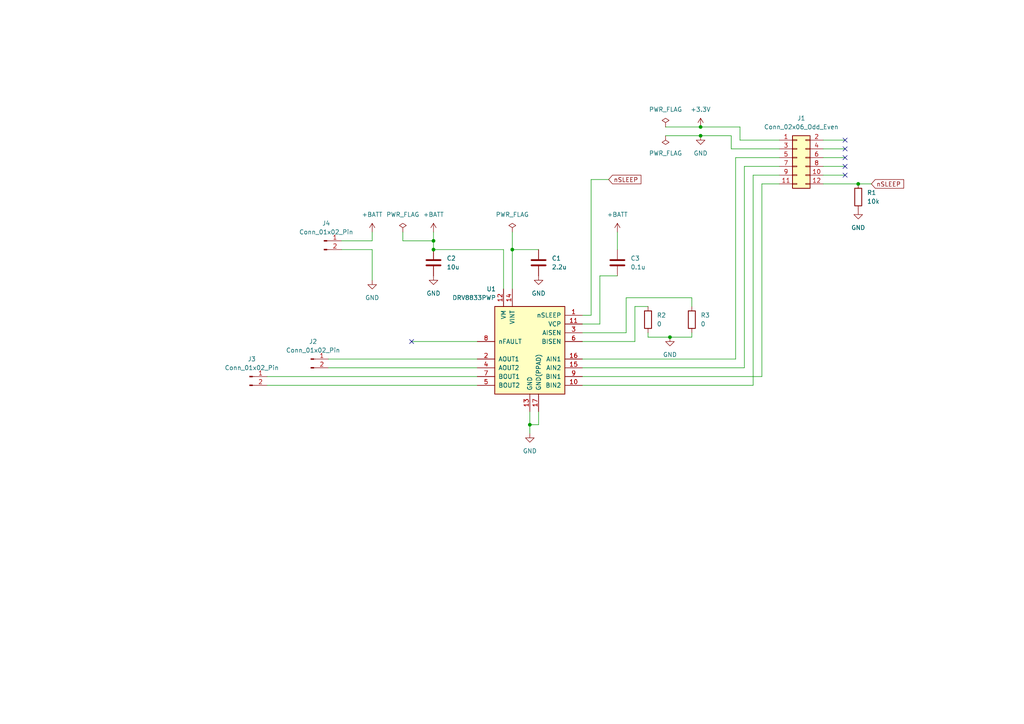
<source format=kicad_sch>
(kicad_sch (version 20230121) (generator eeschema)

  (uuid a091fa76-a513-4bf4-8472-02eac1c5e492)

  (paper "A4")

  (title_block
    (title "kv260-gpio")
    (date "2024-01-29")
    (rev "1.0")
  )

  (lib_symbols
    (symbol "Connector:Conn_01x02_Pin" (pin_names (offset 1.016) hide) (in_bom yes) (on_board yes)
      (property "Reference" "J" (at 0 2.54 0)
        (effects (font (size 1.27 1.27)))
      )
      (property "Value" "Conn_01x02_Pin" (at 0 -5.08 0)
        (effects (font (size 1.27 1.27)))
      )
      (property "Footprint" "" (at 0 0 0)
        (effects (font (size 1.27 1.27)) hide)
      )
      (property "Datasheet" "~" (at 0 0 0)
        (effects (font (size 1.27 1.27)) hide)
      )
      (property "ki_locked" "" (at 0 0 0)
        (effects (font (size 1.27 1.27)))
      )
      (property "ki_keywords" "connector" (at 0 0 0)
        (effects (font (size 1.27 1.27)) hide)
      )
      (property "ki_description" "Generic connector, single row, 01x02, script generated" (at 0 0 0)
        (effects (font (size 1.27 1.27)) hide)
      )
      (property "ki_fp_filters" "Connector*:*_1x??_*" (at 0 0 0)
        (effects (font (size 1.27 1.27)) hide)
      )
      (symbol "Conn_01x02_Pin_1_1"
        (polyline
          (pts
            (xy 1.27 -2.54)
            (xy 0.8636 -2.54)
          )
          (stroke (width 0.1524) (type default))
          (fill (type none))
        )
        (polyline
          (pts
            (xy 1.27 0)
            (xy 0.8636 0)
          )
          (stroke (width 0.1524) (type default))
          (fill (type none))
        )
        (rectangle (start 0.8636 -2.413) (end 0 -2.667)
          (stroke (width 0.1524) (type default))
          (fill (type outline))
        )
        (rectangle (start 0.8636 0.127) (end 0 -0.127)
          (stroke (width 0.1524) (type default))
          (fill (type outline))
        )
        (pin passive line (at 5.08 0 180) (length 3.81)
          (name "Pin_1" (effects (font (size 1.27 1.27))))
          (number "1" (effects (font (size 1.27 1.27))))
        )
        (pin passive line (at 5.08 -2.54 180) (length 3.81)
          (name "Pin_2" (effects (font (size 1.27 1.27))))
          (number "2" (effects (font (size 1.27 1.27))))
        )
      )
    )
    (symbol "Connector_Generic:Conn_02x06_Odd_Even" (pin_names (offset 1.016) hide) (in_bom yes) (on_board yes)
      (property "Reference" "J" (at 1.27 7.62 0)
        (effects (font (size 1.27 1.27)))
      )
      (property "Value" "Conn_02x06_Odd_Even" (at 1.27 -10.16 0)
        (effects (font (size 1.27 1.27)))
      )
      (property "Footprint" "" (at 0 0 0)
        (effects (font (size 1.27 1.27)) hide)
      )
      (property "Datasheet" "~" (at 0 0 0)
        (effects (font (size 1.27 1.27)) hide)
      )
      (property "ki_keywords" "connector" (at 0 0 0)
        (effects (font (size 1.27 1.27)) hide)
      )
      (property "ki_description" "Generic connector, double row, 02x06, odd/even pin numbering scheme (row 1 odd numbers, row 2 even numbers), script generated (kicad-library-utils/schlib/autogen/connector/)" (at 0 0 0)
        (effects (font (size 1.27 1.27)) hide)
      )
      (property "ki_fp_filters" "Connector*:*_2x??_*" (at 0 0 0)
        (effects (font (size 1.27 1.27)) hide)
      )
      (symbol "Conn_02x06_Odd_Even_1_1"
        (rectangle (start -1.27 -7.493) (end 0 -7.747)
          (stroke (width 0.1524) (type default))
          (fill (type none))
        )
        (rectangle (start -1.27 -4.953) (end 0 -5.207)
          (stroke (width 0.1524) (type default))
          (fill (type none))
        )
        (rectangle (start -1.27 -2.413) (end 0 -2.667)
          (stroke (width 0.1524) (type default))
          (fill (type none))
        )
        (rectangle (start -1.27 0.127) (end 0 -0.127)
          (stroke (width 0.1524) (type default))
          (fill (type none))
        )
        (rectangle (start -1.27 2.667) (end 0 2.413)
          (stroke (width 0.1524) (type default))
          (fill (type none))
        )
        (rectangle (start -1.27 5.207) (end 0 4.953)
          (stroke (width 0.1524) (type default))
          (fill (type none))
        )
        (rectangle (start -1.27 6.35) (end 3.81 -8.89)
          (stroke (width 0.254) (type default))
          (fill (type background))
        )
        (rectangle (start 3.81 -7.493) (end 2.54 -7.747)
          (stroke (width 0.1524) (type default))
          (fill (type none))
        )
        (rectangle (start 3.81 -4.953) (end 2.54 -5.207)
          (stroke (width 0.1524) (type default))
          (fill (type none))
        )
        (rectangle (start 3.81 -2.413) (end 2.54 -2.667)
          (stroke (width 0.1524) (type default))
          (fill (type none))
        )
        (rectangle (start 3.81 0.127) (end 2.54 -0.127)
          (stroke (width 0.1524) (type default))
          (fill (type none))
        )
        (rectangle (start 3.81 2.667) (end 2.54 2.413)
          (stroke (width 0.1524) (type default))
          (fill (type none))
        )
        (rectangle (start 3.81 5.207) (end 2.54 4.953)
          (stroke (width 0.1524) (type default))
          (fill (type none))
        )
        (pin passive line (at -5.08 5.08 0) (length 3.81)
          (name "Pin_1" (effects (font (size 1.27 1.27))))
          (number "1" (effects (font (size 1.27 1.27))))
        )
        (pin passive line (at 7.62 -5.08 180) (length 3.81)
          (name "Pin_10" (effects (font (size 1.27 1.27))))
          (number "10" (effects (font (size 1.27 1.27))))
        )
        (pin passive line (at -5.08 -7.62 0) (length 3.81)
          (name "Pin_11" (effects (font (size 1.27 1.27))))
          (number "11" (effects (font (size 1.27 1.27))))
        )
        (pin passive line (at 7.62 -7.62 180) (length 3.81)
          (name "Pin_12" (effects (font (size 1.27 1.27))))
          (number "12" (effects (font (size 1.27 1.27))))
        )
        (pin passive line (at 7.62 5.08 180) (length 3.81)
          (name "Pin_2" (effects (font (size 1.27 1.27))))
          (number "2" (effects (font (size 1.27 1.27))))
        )
        (pin passive line (at -5.08 2.54 0) (length 3.81)
          (name "Pin_3" (effects (font (size 1.27 1.27))))
          (number "3" (effects (font (size 1.27 1.27))))
        )
        (pin passive line (at 7.62 2.54 180) (length 3.81)
          (name "Pin_4" (effects (font (size 1.27 1.27))))
          (number "4" (effects (font (size 1.27 1.27))))
        )
        (pin passive line (at -5.08 0 0) (length 3.81)
          (name "Pin_5" (effects (font (size 1.27 1.27))))
          (number "5" (effects (font (size 1.27 1.27))))
        )
        (pin passive line (at 7.62 0 180) (length 3.81)
          (name "Pin_6" (effects (font (size 1.27 1.27))))
          (number "6" (effects (font (size 1.27 1.27))))
        )
        (pin passive line (at -5.08 -2.54 0) (length 3.81)
          (name "Pin_7" (effects (font (size 1.27 1.27))))
          (number "7" (effects (font (size 1.27 1.27))))
        )
        (pin passive line (at 7.62 -2.54 180) (length 3.81)
          (name "Pin_8" (effects (font (size 1.27 1.27))))
          (number "8" (effects (font (size 1.27 1.27))))
        )
        (pin passive line (at -5.08 -5.08 0) (length 3.81)
          (name "Pin_9" (effects (font (size 1.27 1.27))))
          (number "9" (effects (font (size 1.27 1.27))))
        )
      )
    )
    (symbol "Device:C" (pin_numbers hide) (pin_names (offset 0.254)) (in_bom yes) (on_board yes)
      (property "Reference" "C" (at 0.635 2.54 0)
        (effects (font (size 1.27 1.27)) (justify left))
      )
      (property "Value" "C" (at 0.635 -2.54 0)
        (effects (font (size 1.27 1.27)) (justify left))
      )
      (property "Footprint" "" (at 0.9652 -3.81 0)
        (effects (font (size 1.27 1.27)) hide)
      )
      (property "Datasheet" "~" (at 0 0 0)
        (effects (font (size 1.27 1.27)) hide)
      )
      (property "ki_keywords" "cap capacitor" (at 0 0 0)
        (effects (font (size 1.27 1.27)) hide)
      )
      (property "ki_description" "Unpolarized capacitor" (at 0 0 0)
        (effects (font (size 1.27 1.27)) hide)
      )
      (property "ki_fp_filters" "C_*" (at 0 0 0)
        (effects (font (size 1.27 1.27)) hide)
      )
      (symbol "C_0_1"
        (polyline
          (pts
            (xy -2.032 -0.762)
            (xy 2.032 -0.762)
          )
          (stroke (width 0.508) (type default))
          (fill (type none))
        )
        (polyline
          (pts
            (xy -2.032 0.762)
            (xy 2.032 0.762)
          )
          (stroke (width 0.508) (type default))
          (fill (type none))
        )
      )
      (symbol "C_1_1"
        (pin passive line (at 0 3.81 270) (length 2.794)
          (name "~" (effects (font (size 1.27 1.27))))
          (number "1" (effects (font (size 1.27 1.27))))
        )
        (pin passive line (at 0 -3.81 90) (length 2.794)
          (name "~" (effects (font (size 1.27 1.27))))
          (number "2" (effects (font (size 1.27 1.27))))
        )
      )
    )
    (symbol "Device:R" (pin_numbers hide) (pin_names (offset 0)) (in_bom yes) (on_board yes)
      (property "Reference" "R" (at 2.032 0 90)
        (effects (font (size 1.27 1.27)))
      )
      (property "Value" "R" (at 0 0 90)
        (effects (font (size 1.27 1.27)))
      )
      (property "Footprint" "" (at -1.778 0 90)
        (effects (font (size 1.27 1.27)) hide)
      )
      (property "Datasheet" "~" (at 0 0 0)
        (effects (font (size 1.27 1.27)) hide)
      )
      (property "ki_keywords" "R res resistor" (at 0 0 0)
        (effects (font (size 1.27 1.27)) hide)
      )
      (property "ki_description" "Resistor" (at 0 0 0)
        (effects (font (size 1.27 1.27)) hide)
      )
      (property "ki_fp_filters" "R_*" (at 0 0 0)
        (effects (font (size 1.27 1.27)) hide)
      )
      (symbol "R_0_1"
        (rectangle (start -1.016 -2.54) (end 1.016 2.54)
          (stroke (width 0.254) (type default))
          (fill (type none))
        )
      )
      (symbol "R_1_1"
        (pin passive line (at 0 3.81 270) (length 1.27)
          (name "~" (effects (font (size 1.27 1.27))))
          (number "1" (effects (font (size 1.27 1.27))))
        )
        (pin passive line (at 0 -3.81 90) (length 1.27)
          (name "~" (effects (font (size 1.27 1.27))))
          (number "2" (effects (font (size 1.27 1.27))))
        )
      )
    )
    (symbol "Driver_Motor:DRV8833PWP" (pin_names (offset 1.016)) (in_bom yes) (on_board yes)
      (property "Reference" "U" (at -3.81 16.51 0)
        (effects (font (size 1.27 1.27)))
      )
      (property "Value" "DRV8833PWP" (at -3.81 13.97 0)
        (effects (font (size 1.27 1.27)))
      )
      (property "Footprint" "Package_SO:HTSSOP-16-1EP_4.4x5mm_P0.65mm_EP3.4x5mm_Mask2.46x2.31mm_ThermalVias" (at 11.43 11.43 0)
        (effects (font (size 1.27 1.27)) (justify left) hide)
      )
      (property "Datasheet" "http://www.ti.com/lit/ds/symlink/drv8833.pdf" (at -3.81 13.97 0)
        (effects (font (size 1.27 1.27)) hide)
      )
      (property "ki_keywords" "H-bridge motor driver" (at 0 0 0)
        (effects (font (size 1.27 1.27)) hide)
      )
      (property "ki_description" "Dual H-Bridge Motor Driver, HTSSOP-16" (at 0 0 0)
        (effects (font (size 1.27 1.27)) hide)
      )
      (property "ki_fp_filters" "HTSSOP-16-1EP*4.4x5mm*P0.65mm*" (at 0 0 0)
        (effects (font (size 1.27 1.27)) hide)
      )
      (symbol "DRV8833PWP_0_1"
        (rectangle (start -10.16 12.7) (end 10.16 -12.7)
          (stroke (width 0.254) (type default))
          (fill (type background))
        )
      )
      (symbol "DRV8833PWP_1_1"
        (pin input line (at -15.24 10.16 0) (length 5.08)
          (name "nSLEEP" (effects (font (size 1.27 1.27))))
          (number "1" (effects (font (size 1.27 1.27))))
        )
        (pin input line (at -15.24 -10.16 0) (length 5.08)
          (name "BIN2" (effects (font (size 1.27 1.27))))
          (number "10" (effects (font (size 1.27 1.27))))
        )
        (pin bidirectional line (at -15.24 7.62 0) (length 5.08)
          (name "VCP" (effects (font (size 1.27 1.27))))
          (number "11" (effects (font (size 1.27 1.27))))
        )
        (pin power_in line (at 7.62 17.78 270) (length 5.08)
          (name "VM" (effects (font (size 1.27 1.27))))
          (number "12" (effects (font (size 1.27 1.27))))
        )
        (pin power_in line (at 0 -17.78 90) (length 5.08)
          (name "GND" (effects (font (size 1.27 1.27))))
          (number "13" (effects (font (size 1.27 1.27))))
        )
        (pin power_in line (at 5.08 17.78 270) (length 5.08)
          (name "VINT" (effects (font (size 1.27 1.27))))
          (number "14" (effects (font (size 1.27 1.27))))
        )
        (pin input line (at -15.24 -5.08 0) (length 5.08)
          (name "AIN2" (effects (font (size 1.27 1.27))))
          (number "15" (effects (font (size 1.27 1.27))))
        )
        (pin input line (at -15.24 -2.54 0) (length 5.08)
          (name "AIN1" (effects (font (size 1.27 1.27))))
          (number "16" (effects (font (size 1.27 1.27))))
        )
        (pin power_in line (at -2.54 -17.78 90) (length 5.08)
          (name "GND(PPAD)" (effects (font (size 1.27 1.27))))
          (number "17" (effects (font (size 1.27 1.27))))
        )
        (pin power_out line (at 15.24 -2.54 180) (length 5.08)
          (name "AOUT1" (effects (font (size 1.27 1.27))))
          (number "2" (effects (font (size 1.27 1.27))))
        )
        (pin bidirectional line (at -15.24 5.08 0) (length 5.08)
          (name "AISEN" (effects (font (size 1.27 1.27))))
          (number "3" (effects (font (size 1.27 1.27))))
        )
        (pin power_out line (at 15.24 -5.08 180) (length 5.08)
          (name "AOUT2" (effects (font (size 1.27 1.27))))
          (number "4" (effects (font (size 1.27 1.27))))
        )
        (pin power_out line (at 15.24 -10.16 180) (length 5.08)
          (name "BOUT2" (effects (font (size 1.27 1.27))))
          (number "5" (effects (font (size 1.27 1.27))))
        )
        (pin bidirectional line (at -15.24 2.54 0) (length 5.08)
          (name "BISEN" (effects (font (size 1.27 1.27))))
          (number "6" (effects (font (size 1.27 1.27))))
        )
        (pin power_out line (at 15.24 -7.62 180) (length 5.08)
          (name "BOUT1" (effects (font (size 1.27 1.27))))
          (number "7" (effects (font (size 1.27 1.27))))
        )
        (pin open_collector line (at 15.24 2.54 180) (length 5.08)
          (name "nFAULT" (effects (font (size 1.27 1.27))))
          (number "8" (effects (font (size 1.27 1.27))))
        )
        (pin input line (at -15.24 -7.62 0) (length 5.08)
          (name "BIN1" (effects (font (size 1.27 1.27))))
          (number "9" (effects (font (size 1.27 1.27))))
        )
      )
    )
    (symbol "power:+3.3V" (power) (pin_names (offset 0)) (in_bom yes) (on_board yes)
      (property "Reference" "#PWR" (at 0 -3.81 0)
        (effects (font (size 1.27 1.27)) hide)
      )
      (property "Value" "+3.3V" (at 0 3.556 0)
        (effects (font (size 1.27 1.27)))
      )
      (property "Footprint" "" (at 0 0 0)
        (effects (font (size 1.27 1.27)) hide)
      )
      (property "Datasheet" "" (at 0 0 0)
        (effects (font (size 1.27 1.27)) hide)
      )
      (property "ki_keywords" "global power" (at 0 0 0)
        (effects (font (size 1.27 1.27)) hide)
      )
      (property "ki_description" "Power symbol creates a global label with name \"+3.3V\"" (at 0 0 0)
        (effects (font (size 1.27 1.27)) hide)
      )
      (symbol "+3.3V_0_1"
        (polyline
          (pts
            (xy -0.762 1.27)
            (xy 0 2.54)
          )
          (stroke (width 0) (type default))
          (fill (type none))
        )
        (polyline
          (pts
            (xy 0 0)
            (xy 0 2.54)
          )
          (stroke (width 0) (type default))
          (fill (type none))
        )
        (polyline
          (pts
            (xy 0 2.54)
            (xy 0.762 1.27)
          )
          (stroke (width 0) (type default))
          (fill (type none))
        )
      )
      (symbol "+3.3V_1_1"
        (pin power_in line (at 0 0 90) (length 0) hide
          (name "+3.3V" (effects (font (size 1.27 1.27))))
          (number "1" (effects (font (size 1.27 1.27))))
        )
      )
    )
    (symbol "power:+BATT" (power) (pin_names (offset 0)) (in_bom yes) (on_board yes)
      (property "Reference" "#PWR" (at 0 -3.81 0)
        (effects (font (size 1.27 1.27)) hide)
      )
      (property "Value" "+BATT" (at 0 3.556 0)
        (effects (font (size 1.27 1.27)))
      )
      (property "Footprint" "" (at 0 0 0)
        (effects (font (size 1.27 1.27)) hide)
      )
      (property "Datasheet" "" (at 0 0 0)
        (effects (font (size 1.27 1.27)) hide)
      )
      (property "ki_keywords" "global power battery" (at 0 0 0)
        (effects (font (size 1.27 1.27)) hide)
      )
      (property "ki_description" "Power symbol creates a global label with name \"+BATT\"" (at 0 0 0)
        (effects (font (size 1.27 1.27)) hide)
      )
      (symbol "+BATT_0_1"
        (polyline
          (pts
            (xy -0.762 1.27)
            (xy 0 2.54)
          )
          (stroke (width 0) (type default))
          (fill (type none))
        )
        (polyline
          (pts
            (xy 0 0)
            (xy 0 2.54)
          )
          (stroke (width 0) (type default))
          (fill (type none))
        )
        (polyline
          (pts
            (xy 0 2.54)
            (xy 0.762 1.27)
          )
          (stroke (width 0) (type default))
          (fill (type none))
        )
      )
      (symbol "+BATT_1_1"
        (pin power_in line (at 0 0 90) (length 0) hide
          (name "+BATT" (effects (font (size 1.27 1.27))))
          (number "1" (effects (font (size 1.27 1.27))))
        )
      )
    )
    (symbol "power:GND" (power) (pin_names (offset 0)) (in_bom yes) (on_board yes)
      (property "Reference" "#PWR" (at 0 -6.35 0)
        (effects (font (size 1.27 1.27)) hide)
      )
      (property "Value" "GND" (at 0 -3.81 0)
        (effects (font (size 1.27 1.27)))
      )
      (property "Footprint" "" (at 0 0 0)
        (effects (font (size 1.27 1.27)) hide)
      )
      (property "Datasheet" "" (at 0 0 0)
        (effects (font (size 1.27 1.27)) hide)
      )
      (property "ki_keywords" "global power" (at 0 0 0)
        (effects (font (size 1.27 1.27)) hide)
      )
      (property "ki_description" "Power symbol creates a global label with name \"GND\" , ground" (at 0 0 0)
        (effects (font (size 1.27 1.27)) hide)
      )
      (symbol "GND_0_1"
        (polyline
          (pts
            (xy 0 0)
            (xy 0 -1.27)
            (xy 1.27 -1.27)
            (xy 0 -2.54)
            (xy -1.27 -1.27)
            (xy 0 -1.27)
          )
          (stroke (width 0) (type default))
          (fill (type none))
        )
      )
      (symbol "GND_1_1"
        (pin power_in line (at 0 0 270) (length 0) hide
          (name "GND" (effects (font (size 1.27 1.27))))
          (number "1" (effects (font (size 1.27 1.27))))
        )
      )
    )
    (symbol "power:PWR_FLAG" (power) (pin_numbers hide) (pin_names (offset 0) hide) (in_bom yes) (on_board yes)
      (property "Reference" "#FLG" (at 0 1.905 0)
        (effects (font (size 1.27 1.27)) hide)
      )
      (property "Value" "PWR_FLAG" (at 0 3.81 0)
        (effects (font (size 1.27 1.27)))
      )
      (property "Footprint" "" (at 0 0 0)
        (effects (font (size 1.27 1.27)) hide)
      )
      (property "Datasheet" "~" (at 0 0 0)
        (effects (font (size 1.27 1.27)) hide)
      )
      (property "ki_keywords" "flag power" (at 0 0 0)
        (effects (font (size 1.27 1.27)) hide)
      )
      (property "ki_description" "Special symbol for telling ERC where power comes from" (at 0 0 0)
        (effects (font (size 1.27 1.27)) hide)
      )
      (symbol "PWR_FLAG_0_0"
        (pin power_out line (at 0 0 90) (length 0)
          (name "pwr" (effects (font (size 1.27 1.27))))
          (number "1" (effects (font (size 1.27 1.27))))
        )
      )
      (symbol "PWR_FLAG_0_1"
        (polyline
          (pts
            (xy 0 0)
            (xy 0 1.27)
            (xy -1.016 1.905)
            (xy 0 2.54)
            (xy 1.016 1.905)
            (xy 0 1.27)
          )
          (stroke (width 0) (type default))
          (fill (type none))
        )
      )
    )
  )

  (junction (at 194.31 97.79) (diameter 0) (color 0 0 0 0)
    (uuid 04301408-72eb-4cac-9c16-6f40b6428b6f)
  )
  (junction (at 153.67 123.19) (diameter 0) (color 0 0 0 0)
    (uuid 1caa702e-9332-4666-b7a9-83cb168c5987)
  )
  (junction (at 125.73 69.85) (diameter 0) (color 0 0 0 0)
    (uuid 31a25761-e3b8-4e2d-86d9-37e935912aed)
  )
  (junction (at 125.73 72.39) (diameter 0) (color 0 0 0 0)
    (uuid 6979be2d-bb6c-49a1-a7d3-2596564b544e)
  )
  (junction (at 148.59 72.39) (diameter 0) (color 0 0 0 0)
    (uuid 9057c342-667d-4e26-a576-e369b7777022)
  )
  (junction (at 203.2 39.37) (diameter 0) (color 0 0 0 0)
    (uuid 97a5d7a9-de04-428e-bbf8-5c9293eb7cb7)
  )
  (junction (at 248.92 53.34) (diameter 0) (color 0 0 0 0)
    (uuid c5b4d2d3-8705-46a2-9e07-05ac654df01e)
  )
  (junction (at 203.2 36.83) (diameter 0) (color 0 0 0 0)
    (uuid e7d0e608-396c-4467-8a01-f18fb2e575c8)
  )

  (no_connect (at 245.11 50.8) (uuid 3a883719-5fc0-4cc4-a7b3-59c7b7b6fcad))
  (no_connect (at 245.11 45.72) (uuid 3f9d16fc-28f6-42ba-86c9-83ed13a10782))
  (no_connect (at 245.11 43.18) (uuid 524c0aef-b8e7-433a-8323-61e171c72eaf))
  (no_connect (at 245.11 40.64) (uuid 72be9904-4944-486c-84ff-cb185cfeacb1))
  (no_connect (at 245.11 48.26) (uuid 78b463dd-446a-4592-936b-10085c46ba53))
  (no_connect (at 119.38 99.06) (uuid bd66839e-1dd5-4dca-9c12-29e9e2996ad4))

  (wire (pts (xy 179.07 67.31) (xy 179.07 72.39))
    (stroke (width 0) (type default))
    (uuid 0d13f0fe-a3df-430c-a66a-205d46e52148)
  )
  (wire (pts (xy 226.06 43.18) (xy 212.09 43.18))
    (stroke (width 0) (type default))
    (uuid 1337f6b8-9f14-4101-99f3-22adc003f44a)
  )
  (wire (pts (xy 238.76 48.26) (xy 245.11 48.26))
    (stroke (width 0) (type default))
    (uuid 141eef0d-bf7d-4a9a-b410-969a09b261d0)
  )
  (wire (pts (xy 107.95 72.39) (xy 107.95 81.28))
    (stroke (width 0) (type default))
    (uuid 151b8d5d-6dd6-47e5-8460-85a6fb80cb37)
  )
  (wire (pts (xy 116.84 69.85) (xy 125.73 69.85))
    (stroke (width 0) (type default))
    (uuid 176dac91-13a5-481c-9a6a-bc42c8e79f5d)
  )
  (wire (pts (xy 173.99 93.98) (xy 173.99 80.01))
    (stroke (width 0) (type default))
    (uuid 1d5cd941-3ef8-4201-b142-e7bc871d99f9)
  )
  (wire (pts (xy 107.95 67.31) (xy 107.95 69.85))
    (stroke (width 0) (type default))
    (uuid 1ff7d5b6-10bf-4929-aaa7-79f14d61aa97)
  )
  (wire (pts (xy 184.15 88.9) (xy 184.15 99.06))
    (stroke (width 0) (type default))
    (uuid 22625363-5710-4d8a-90b1-010c9d949094)
  )
  (wire (pts (xy 238.76 40.64) (xy 245.11 40.64))
    (stroke (width 0) (type default))
    (uuid 24191872-e72b-44ef-bba5-2e8961b8edf9)
  )
  (wire (pts (xy 95.25 106.68) (xy 138.43 106.68))
    (stroke (width 0) (type default))
    (uuid 2d176d92-7831-4f47-8050-0714f86f3469)
  )
  (wire (pts (xy 171.45 52.07) (xy 171.45 91.44))
    (stroke (width 0) (type default))
    (uuid 30f07eb9-a339-4990-94c5-074930ad3023)
  )
  (wire (pts (xy 168.91 93.98) (xy 173.99 93.98))
    (stroke (width 0) (type default))
    (uuid 3614945b-ffd3-4706-93fd-684c366af991)
  )
  (wire (pts (xy 193.04 39.37) (xy 203.2 39.37))
    (stroke (width 0) (type default))
    (uuid 3cbf5fcd-e6c2-4634-80af-0d0ae11ad918)
  )
  (wire (pts (xy 107.95 69.85) (xy 99.06 69.85))
    (stroke (width 0) (type default))
    (uuid 3ef7d94e-188e-4200-b71c-50940b005f9f)
  )
  (wire (pts (xy 95.25 104.14) (xy 138.43 104.14))
    (stroke (width 0) (type default))
    (uuid 4eb2be77-c52e-4b92-b519-d1830c86c066)
  )
  (wire (pts (xy 148.59 83.82) (xy 148.59 72.39))
    (stroke (width 0) (type default))
    (uuid 4eea0ba7-6dbb-48ad-a506-3ec543f5250a)
  )
  (wire (pts (xy 187.96 88.9) (xy 184.15 88.9))
    (stroke (width 0) (type default))
    (uuid 53bc7562-ac77-4de2-b9f7-5607e657090d)
  )
  (wire (pts (xy 148.59 67.31) (xy 148.59 72.39))
    (stroke (width 0) (type default))
    (uuid 542cecd2-9ec4-4fa0-bf21-76c18ddf47dd)
  )
  (wire (pts (xy 193.04 36.83) (xy 203.2 36.83))
    (stroke (width 0) (type default))
    (uuid 555d6f94-92c2-4e57-8230-a562238126c1)
  )
  (wire (pts (xy 181.61 96.52) (xy 181.61 86.36))
    (stroke (width 0) (type default))
    (uuid 556887bc-be5a-4d07-9563-091a9c5ec1fa)
  )
  (wire (pts (xy 212.09 43.18) (xy 212.09 39.37))
    (stroke (width 0) (type default))
    (uuid 64b66a31-5968-4f5a-b3a6-ec99d182ea96)
  )
  (wire (pts (xy 171.45 91.44) (xy 168.91 91.44))
    (stroke (width 0) (type default))
    (uuid 65b0b80f-9792-4545-8978-d97be63dd4a4)
  )
  (wire (pts (xy 99.06 72.39) (xy 107.95 72.39))
    (stroke (width 0) (type default))
    (uuid 6ac96d09-6a68-40e3-8ce5-2ae9fb5e6bc7)
  )
  (wire (pts (xy 226.06 53.34) (xy 220.98 53.34))
    (stroke (width 0) (type default))
    (uuid 6b4c0e9e-218c-4681-96fb-3f686f6dff59)
  )
  (wire (pts (xy 176.53 52.07) (xy 171.45 52.07))
    (stroke (width 0) (type default))
    (uuid 6df3d9cd-338a-4eb0-b419-4bbebaa4e586)
  )
  (wire (pts (xy 168.91 111.76) (xy 218.44 111.76))
    (stroke (width 0) (type default))
    (uuid 6e90365a-ac08-4d41-808d-e5ce866d6667)
  )
  (wire (pts (xy 248.92 53.34) (xy 252.73 53.34))
    (stroke (width 0) (type default))
    (uuid 6ee2d223-d0ef-4511-a276-b985582c06d6)
  )
  (wire (pts (xy 119.38 99.06) (xy 138.43 99.06))
    (stroke (width 0) (type default))
    (uuid 700f749e-de78-4d11-82fe-3aeaf28e6955)
  )
  (wire (pts (xy 238.76 45.72) (xy 245.11 45.72))
    (stroke (width 0) (type default))
    (uuid 73984d89-4e56-4975-830b-78044c78bd2b)
  )
  (wire (pts (xy 238.76 50.8) (xy 245.11 50.8))
    (stroke (width 0) (type default))
    (uuid 76602296-d667-4b9e-ad3f-72f37f963f85)
  )
  (wire (pts (xy 220.98 53.34) (xy 220.98 109.22))
    (stroke (width 0) (type default))
    (uuid 77819f33-b4e0-43ec-a2fa-4572788b7a9e)
  )
  (wire (pts (xy 213.36 104.14) (xy 168.91 104.14))
    (stroke (width 0) (type default))
    (uuid 7f3f5dad-9f65-4859-aeee-be31093e0450)
  )
  (wire (pts (xy 156.21 119.38) (xy 156.21 123.19))
    (stroke (width 0) (type default))
    (uuid 84a7d87f-edda-4e18-963b-223b5a6c8498)
  )
  (wire (pts (xy 173.99 80.01) (xy 179.07 80.01))
    (stroke (width 0) (type default))
    (uuid 8567df82-510f-43f6-81a2-1519ad02adf8)
  )
  (wire (pts (xy 146.05 83.82) (xy 146.05 72.39))
    (stroke (width 0) (type default))
    (uuid 89138bff-0a54-4a66-ad60-d100590943de)
  )
  (wire (pts (xy 214.63 40.64) (xy 226.06 40.64))
    (stroke (width 0) (type default))
    (uuid 8a4de871-c328-40c2-a748-b9c070f8d401)
  )
  (wire (pts (xy 168.91 96.52) (xy 181.61 96.52))
    (stroke (width 0) (type default))
    (uuid 9469cb03-d9eb-461c-9e82-41bfd1dae36e)
  )
  (wire (pts (xy 200.66 86.36) (xy 200.66 88.9))
    (stroke (width 0) (type default))
    (uuid 9544e6d4-2703-4212-bdd6-3d6182cca3f3)
  )
  (wire (pts (xy 187.96 97.79) (xy 194.31 97.79))
    (stroke (width 0) (type default))
    (uuid 9b27e8a1-eb42-4f8c-bcd6-3594ae5bbc93)
  )
  (wire (pts (xy 116.84 67.31) (xy 116.84 69.85))
    (stroke (width 0) (type default))
    (uuid 9cfe4944-bf19-4c21-b031-355fa5174970)
  )
  (wire (pts (xy 168.91 99.06) (xy 184.15 99.06))
    (stroke (width 0) (type default))
    (uuid a0c65d12-0393-4565-9546-7e33fbbab746)
  )
  (wire (pts (xy 200.66 96.52) (xy 200.66 97.79))
    (stroke (width 0) (type default))
    (uuid a2b5b1e5-9c78-4857-8624-57d3cb62e10a)
  )
  (wire (pts (xy 214.63 36.83) (xy 214.63 40.64))
    (stroke (width 0) (type default))
    (uuid a30c0789-4c8e-4436-8d22-8a74cf532207)
  )
  (wire (pts (xy 218.44 50.8) (xy 218.44 111.76))
    (stroke (width 0) (type default))
    (uuid aba4ceb2-64f5-4d14-802a-596456f850d8)
  )
  (wire (pts (xy 215.9 48.26) (xy 215.9 106.68))
    (stroke (width 0) (type default))
    (uuid abd6325b-f6d2-4111-ac3b-16cc9ca79005)
  )
  (wire (pts (xy 213.36 45.72) (xy 213.36 104.14))
    (stroke (width 0) (type default))
    (uuid acf537a6-0751-414d-94d3-ca3860e2e467)
  )
  (wire (pts (xy 203.2 36.83) (xy 214.63 36.83))
    (stroke (width 0) (type default))
    (uuid af5a2cd8-23aa-47b0-b411-01ac634b7265)
  )
  (wire (pts (xy 238.76 53.34) (xy 248.92 53.34))
    (stroke (width 0) (type default))
    (uuid b1c74db2-05ee-4e32-b497-afe33896eab7)
  )
  (wire (pts (xy 181.61 86.36) (xy 200.66 86.36))
    (stroke (width 0) (type default))
    (uuid b875f475-7c74-45b0-ae5e-ff69fd213b97)
  )
  (wire (pts (xy 153.67 119.38) (xy 153.67 123.19))
    (stroke (width 0) (type default))
    (uuid bd35a8ef-b648-4d96-b04f-868884dd60f6)
  )
  (wire (pts (xy 226.06 48.26) (xy 215.9 48.26))
    (stroke (width 0) (type default))
    (uuid bffeb3f0-da4a-4f89-8740-fd278cc917f9)
  )
  (wire (pts (xy 238.76 43.18) (xy 245.11 43.18))
    (stroke (width 0) (type default))
    (uuid c8398857-0799-4160-b249-131b4a02059b)
  )
  (wire (pts (xy 153.67 123.19) (xy 156.21 123.19))
    (stroke (width 0) (type default))
    (uuid c8ceff23-af85-425d-9787-85f2e8428f49)
  )
  (wire (pts (xy 215.9 106.68) (xy 168.91 106.68))
    (stroke (width 0) (type default))
    (uuid c940dd4f-ed46-4377-ab81-e1a738aa57e4)
  )
  (wire (pts (xy 77.47 109.22) (xy 138.43 109.22))
    (stroke (width 0) (type default))
    (uuid cabf0351-d697-4d3e-ac8a-baeafd0e0b1f)
  )
  (wire (pts (xy 200.66 97.79) (xy 194.31 97.79))
    (stroke (width 0) (type default))
    (uuid ccba8f11-b866-4fda-8581-d0662ecbdead)
  )
  (wire (pts (xy 77.47 111.76) (xy 138.43 111.76))
    (stroke (width 0) (type default))
    (uuid d1ca6bd3-e77c-41bd-ac6a-92a37010195a)
  )
  (wire (pts (xy 212.09 39.37) (xy 203.2 39.37))
    (stroke (width 0) (type default))
    (uuid df2ac540-e1aa-45cb-a6e5-804a4a9538d5)
  )
  (wire (pts (xy 148.59 72.39) (xy 156.21 72.39))
    (stroke (width 0) (type default))
    (uuid e0272499-1910-4145-9c83-77bce137060d)
  )
  (wire (pts (xy 125.73 67.31) (xy 125.73 69.85))
    (stroke (width 0) (type default))
    (uuid e469c959-b016-41e7-a856-2c02b9c0c813)
  )
  (wire (pts (xy 226.06 45.72) (xy 213.36 45.72))
    (stroke (width 0) (type default))
    (uuid e70df84d-a78a-4540-a02c-e7b5f35bdaf0)
  )
  (wire (pts (xy 153.67 123.19) (xy 153.67 125.73))
    (stroke (width 0) (type default))
    (uuid e7598cbf-2def-4d29-b298-6caf6111d69d)
  )
  (wire (pts (xy 125.73 69.85) (xy 125.73 72.39))
    (stroke (width 0) (type default))
    (uuid e8a035c9-0699-409d-8d0f-f986fb11c2a9)
  )
  (wire (pts (xy 146.05 72.39) (xy 125.73 72.39))
    (stroke (width 0) (type default))
    (uuid f146dcff-45d3-4a4e-a2a9-212eba0acf56)
  )
  (wire (pts (xy 187.96 96.52) (xy 187.96 97.79))
    (stroke (width 0) (type default))
    (uuid f5a3019b-3651-46fd-b4e3-ead8d66736a6)
  )
  (wire (pts (xy 226.06 50.8) (xy 218.44 50.8))
    (stroke (width 0) (type default))
    (uuid f987ff45-de41-4e20-82ed-7124fee23fb4)
  )
  (wire (pts (xy 220.98 109.22) (xy 168.91 109.22))
    (stroke (width 0) (type default))
    (uuid fbf52ddf-6b14-4885-8937-dbc8abb2f7bb)
  )

  (global_label "nSLEEP" (shape input) (at 176.53 52.07 0) (fields_autoplaced)
    (effects (font (size 1.27 1.27)) (justify left))
    (uuid 78ae4bf5-64e5-4f12-baed-c340644e5169)
    (property "Intersheetrefs" "${INTERSHEET_REFS}" (at 186.4698 52.07 0)
      (effects (font (size 1.27 1.27)) (justify left) hide)
    )
  )
  (global_label "nSLEEP" (shape input) (at 252.73 53.34 0) (fields_autoplaced)
    (effects (font (size 1.27 1.27)) (justify left))
    (uuid b2b5af3d-09f3-4492-b2f4-c9d6ba9af786)
    (property "Intersheetrefs" "${INTERSHEET_REFS}" (at 262.6698 53.34 0)
      (effects (font (size 1.27 1.27)) (justify left) hide)
    )
  )

  (symbol (lib_id "Device:R") (at 248.92 57.15 0) (unit 1)
    (in_bom yes) (on_board yes) (dnp no) (fields_autoplaced)
    (uuid 0157e2e5-4330-4ad9-8cbc-611b01f0f666)
    (property "Reference" "R1" (at 251.46 55.88 0)
      (effects (font (size 1.27 1.27)) (justify left))
    )
    (property "Value" "10k" (at 251.46 58.42 0)
      (effects (font (size 1.27 1.27)) (justify left))
    )
    (property "Footprint" "Resistor_SMD:R_0603_1608Metric" (at 247.142 57.15 90)
      (effects (font (size 1.27 1.27)) hide)
    )
    (property "Datasheet" "~" (at 248.92 57.15 0)
      (effects (font (size 1.27 1.27)) hide)
    )
    (pin "1" (uuid 9b37a023-2b09-4b79-b17b-86d0c26a0858))
    (pin "2" (uuid 43c9126b-0279-4d49-8ab3-cbcfeba37d71))
    (instances
      (project "drv8833"
        (path "/a091fa76-a513-4bf4-8472-02eac1c5e492"
          (reference "R1") (unit 1)
        )
      )
    )
  )

  (symbol (lib_id "power:+BATT") (at 107.95 67.31 0) (unit 1)
    (in_bom yes) (on_board yes) (dnp no) (fields_autoplaced)
    (uuid 01a51e15-021e-4c54-80f3-907972b36854)
    (property "Reference" "#PWR012" (at 107.95 71.12 0)
      (effects (font (size 1.27 1.27)) hide)
    )
    (property "Value" "+BATT" (at 107.95 62.23 0)
      (effects (font (size 1.27 1.27)))
    )
    (property "Footprint" "" (at 107.95 67.31 0)
      (effects (font (size 1.27 1.27)) hide)
    )
    (property "Datasheet" "" (at 107.95 67.31 0)
      (effects (font (size 1.27 1.27)) hide)
    )
    (pin "1" (uuid b7904741-4674-478e-846b-e06a326734a0))
    (instances
      (project "drv8833"
        (path "/a091fa76-a513-4bf4-8472-02eac1c5e492"
          (reference "#PWR012") (unit 1)
        )
      )
    )
  )

  (symbol (lib_id "power:GND") (at 107.95 81.28 0) (unit 1)
    (in_bom yes) (on_board yes) (dnp no) (fields_autoplaced)
    (uuid 11d48bf2-6b51-438b-a599-37dc8e281967)
    (property "Reference" "#PWR011" (at 107.95 87.63 0)
      (effects (font (size 1.27 1.27)) hide)
    )
    (property "Value" "GND" (at 107.95 86.36 0)
      (effects (font (size 1.27 1.27)))
    )
    (property "Footprint" "" (at 107.95 81.28 0)
      (effects (font (size 1.27 1.27)) hide)
    )
    (property "Datasheet" "" (at 107.95 81.28 0)
      (effects (font (size 1.27 1.27)) hide)
    )
    (pin "1" (uuid 72fa1471-f611-4b96-9d0b-7f5560cd3ca8))
    (instances
      (project "drv8833"
        (path "/a091fa76-a513-4bf4-8472-02eac1c5e492"
          (reference "#PWR011") (unit 1)
        )
      )
    )
  )

  (symbol (lib_id "power:PWR_FLAG") (at 193.04 39.37 180) (unit 1)
    (in_bom yes) (on_board yes) (dnp no) (fields_autoplaced)
    (uuid 1488b59d-e8e5-4935-ab33-ecce6a9ef606)
    (property "Reference" "#FLG02" (at 193.04 41.275 0)
      (effects (font (size 1.27 1.27)) hide)
    )
    (property "Value" "PWR_FLAG" (at 193.04 44.45 0)
      (effects (font (size 1.27 1.27)))
    )
    (property "Footprint" "" (at 193.04 39.37 0)
      (effects (font (size 1.27 1.27)) hide)
    )
    (property "Datasheet" "~" (at 193.04 39.37 0)
      (effects (font (size 1.27 1.27)) hide)
    )
    (pin "1" (uuid e85803e5-39d6-44cb-a268-0f38fb6f6564))
    (instances
      (project "drv8833"
        (path "/a091fa76-a513-4bf4-8472-02eac1c5e492"
          (reference "#FLG02") (unit 1)
        )
      )
    )
  )

  (symbol (lib_id "Connector:Conn_01x02_Pin") (at 72.39 109.22 0) (unit 1)
    (in_bom yes) (on_board yes) (dnp no)
    (uuid 21d39e06-50c9-415c-b51d-90f3bcce3ec2)
    (property "Reference" "J3" (at 73.025 104.14 0)
      (effects (font (size 1.27 1.27)))
    )
    (property "Value" "Conn_01x02_Pin" (at 73.025 106.68 0)
      (effects (font (size 1.27 1.27)))
    )
    (property "Footprint" "Connector_PinHeader_2.54mm:PinHeader_1x02_P2.54mm_Vertical" (at 72.39 109.22 0)
      (effects (font (size 1.27 1.27)) hide)
    )
    (property "Datasheet" "~" (at 72.39 109.22 0)
      (effects (font (size 1.27 1.27)) hide)
    )
    (pin "2" (uuid 662613c5-f843-494d-9747-e2b6896e9fd2))
    (pin "1" (uuid 25523aea-abf5-4922-9b4c-7ff97b85db98))
    (instances
      (project "drv8833"
        (path "/a091fa76-a513-4bf4-8472-02eac1c5e492"
          (reference "J3") (unit 1)
        )
      )
    )
  )

  (symbol (lib_id "Device:R") (at 200.66 92.71 0) (unit 1)
    (in_bom yes) (on_board yes) (dnp no) (fields_autoplaced)
    (uuid 27cf7d1d-02f4-41b5-8041-66023e15ea7b)
    (property "Reference" "R3" (at 203.2 91.44 0)
      (effects (font (size 1.27 1.27)) (justify left))
    )
    (property "Value" "0" (at 203.2 93.98 0)
      (effects (font (size 1.27 1.27)) (justify left))
    )
    (property "Footprint" "Resistor_SMD:R_0603_1608Metric" (at 198.882 92.71 90)
      (effects (font (size 1.27 1.27)) hide)
    )
    (property "Datasheet" "~" (at 200.66 92.71 0)
      (effects (font (size 1.27 1.27)) hide)
    )
    (pin "1" (uuid 8702660c-7ea9-444f-8b4e-ed83f9771763))
    (pin "2" (uuid 0a3bb49e-2802-4414-82fa-aa384067d8b2))
    (instances
      (project "drv8833"
        (path "/a091fa76-a513-4bf4-8472-02eac1c5e492"
          (reference "R3") (unit 1)
        )
      )
    )
  )

  (symbol (lib_id "power:+3.3V") (at 203.2 36.83 0) (unit 1)
    (in_bom yes) (on_board yes) (dnp no) (fields_autoplaced)
    (uuid 3d9f6844-87e8-48a0-83b8-3d4d1d777502)
    (property "Reference" "#PWR04" (at 203.2 40.64 0)
      (effects (font (size 1.27 1.27)) hide)
    )
    (property "Value" "+3.3V" (at 203.2 31.75 0)
      (effects (font (size 1.27 1.27)))
    )
    (property "Footprint" "" (at 203.2 36.83 0)
      (effects (font (size 1.27 1.27)) hide)
    )
    (property "Datasheet" "" (at 203.2 36.83 0)
      (effects (font (size 1.27 1.27)) hide)
    )
    (pin "1" (uuid 297f98a7-2e77-4e31-89c6-33366ccf05f5))
    (instances
      (project "drv8833"
        (path "/a091fa76-a513-4bf4-8472-02eac1c5e492"
          (reference "#PWR04") (unit 1)
        )
      )
    )
  )

  (symbol (lib_id "Connector:Conn_01x02_Pin") (at 93.98 69.85 0) (unit 1)
    (in_bom yes) (on_board yes) (dnp no) (fields_autoplaced)
    (uuid 4a60f8ec-a039-464a-9e1b-1023a8e73582)
    (property "Reference" "J4" (at 94.615 64.77 0)
      (effects (font (size 1.27 1.27)))
    )
    (property "Value" "Conn_01x02_Pin" (at 94.615 67.31 0)
      (effects (font (size 1.27 1.27)))
    )
    (property "Footprint" "Connector_PinHeader_2.54mm:PinHeader_1x02_P2.54mm_Vertical" (at 93.98 69.85 0)
      (effects (font (size 1.27 1.27)) hide)
    )
    (property "Datasheet" "~" (at 93.98 69.85 0)
      (effects (font (size 1.27 1.27)) hide)
    )
    (pin "2" (uuid 3c062c71-6f75-47bc-8721-c52ea8c2a4b4))
    (pin "1" (uuid fb60e383-85bc-4920-b384-37180d149618))
    (instances
      (project "drv8833"
        (path "/a091fa76-a513-4bf4-8472-02eac1c5e492"
          (reference "J4") (unit 1)
        )
      )
    )
  )

  (symbol (lib_id "Device:C") (at 156.21 76.2 0) (unit 1)
    (in_bom yes) (on_board yes) (dnp no) (fields_autoplaced)
    (uuid 55cac783-7e7d-40a9-8687-98abfbcea095)
    (property "Reference" "C1" (at 160.02 74.93 0)
      (effects (font (size 1.27 1.27)) (justify left))
    )
    (property "Value" "2.2u" (at 160.02 77.47 0)
      (effects (font (size 1.27 1.27)) (justify left))
    )
    (property "Footprint" "Capacitor_SMD:C_0603_1608Metric" (at 157.1752 80.01 0)
      (effects (font (size 1.27 1.27)) hide)
    )
    (property "Datasheet" "~" (at 156.21 76.2 0)
      (effects (font (size 1.27 1.27)) hide)
    )
    (pin "1" (uuid 6a98597e-d3c6-488d-83af-969ef45505b9))
    (pin "2" (uuid 6ba60d90-bf9f-4c69-ad94-6606f51f9363))
    (instances
      (project "drv8833"
        (path "/a091fa76-a513-4bf4-8472-02eac1c5e492"
          (reference "C1") (unit 1)
        )
      )
    )
  )

  (symbol (lib_id "power:PWR_FLAG") (at 148.59 67.31 0) (unit 1)
    (in_bom yes) (on_board yes) (dnp no) (fields_autoplaced)
    (uuid 5b9cf3f0-140f-4791-93a7-cd040f501ebd)
    (property "Reference" "#FLG04" (at 148.59 65.405 0)
      (effects (font (size 1.27 1.27)) hide)
    )
    (property "Value" "PWR_FLAG" (at 148.59 62.23 0)
      (effects (font (size 1.27 1.27)))
    )
    (property "Footprint" "" (at 148.59 67.31 0)
      (effects (font (size 1.27 1.27)) hide)
    )
    (property "Datasheet" "~" (at 148.59 67.31 0)
      (effects (font (size 1.27 1.27)) hide)
    )
    (pin "1" (uuid a2eb735a-2bd9-4c17-98f4-8ee6ceb7d9f5))
    (instances
      (project "drv8833"
        (path "/a091fa76-a513-4bf4-8472-02eac1c5e492"
          (reference "#FLG04") (unit 1)
        )
      )
    )
  )

  (symbol (lib_id "power:PWR_FLAG") (at 116.84 67.31 0) (unit 1)
    (in_bom yes) (on_board yes) (dnp no) (fields_autoplaced)
    (uuid 5cff9952-4650-49ab-a216-30eaf5beb4aa)
    (property "Reference" "#FLG01" (at 116.84 65.405 0)
      (effects (font (size 1.27 1.27)) hide)
    )
    (property "Value" "PWR_FLAG" (at 116.84 62.23 0)
      (effects (font (size 1.27 1.27)))
    )
    (property "Footprint" "" (at 116.84 67.31 0)
      (effects (font (size 1.27 1.27)) hide)
    )
    (property "Datasheet" "~" (at 116.84 67.31 0)
      (effects (font (size 1.27 1.27)) hide)
    )
    (pin "1" (uuid e9dfc8fd-b9ac-4f87-8bf0-6f1c64e91bb0))
    (instances
      (project "drv8833"
        (path "/a091fa76-a513-4bf4-8472-02eac1c5e492"
          (reference "#FLG01") (unit 1)
        )
      )
    )
  )

  (symbol (lib_id "Device:C") (at 125.73 76.2 0) (unit 1)
    (in_bom yes) (on_board yes) (dnp no) (fields_autoplaced)
    (uuid 686476a7-419f-496d-8a54-3b736aa6374c)
    (property "Reference" "C2" (at 129.54 74.93 0)
      (effects (font (size 1.27 1.27)) (justify left))
    )
    (property "Value" "10u" (at 129.54 77.47 0)
      (effects (font (size 1.27 1.27)) (justify left))
    )
    (property "Footprint" "Capacitor_SMD:C_0603_1608Metric" (at 126.6952 80.01 0)
      (effects (font (size 1.27 1.27)) hide)
    )
    (property "Datasheet" "~" (at 125.73 76.2 0)
      (effects (font (size 1.27 1.27)) hide)
    )
    (pin "1" (uuid 08da14b6-d724-4e79-8904-dde87921a2b8))
    (pin "2" (uuid 16b565db-a25c-450b-96e0-3a86e0105bf6))
    (instances
      (project "drv8833"
        (path "/a091fa76-a513-4bf4-8472-02eac1c5e492"
          (reference "C2") (unit 1)
        )
      )
    )
  )

  (symbol (lib_id "power:+BATT") (at 179.07 67.31 0) (unit 1)
    (in_bom yes) (on_board yes) (dnp no) (fields_autoplaced)
    (uuid 69f07b57-4545-44b6-a967-507f79b1bc5c)
    (property "Reference" "#PWR09" (at 179.07 71.12 0)
      (effects (font (size 1.27 1.27)) hide)
    )
    (property "Value" "+BATT" (at 179.07 62.23 0)
      (effects (font (size 1.27 1.27)))
    )
    (property "Footprint" "" (at 179.07 67.31 0)
      (effects (font (size 1.27 1.27)) hide)
    )
    (property "Datasheet" "" (at 179.07 67.31 0)
      (effects (font (size 1.27 1.27)) hide)
    )
    (pin "1" (uuid 2476efa6-138f-497d-8541-a346b8920558))
    (instances
      (project "drv8833"
        (path "/a091fa76-a513-4bf4-8472-02eac1c5e492"
          (reference "#PWR09") (unit 1)
        )
      )
    )
  )

  (symbol (lib_id "Connector:Conn_01x02_Pin") (at 90.17 104.14 0) (unit 1)
    (in_bom yes) (on_board yes) (dnp no) (fields_autoplaced)
    (uuid 81b9e277-6e0f-4852-8ddd-a30048b9d28e)
    (property "Reference" "J2" (at 90.805 99.06 0)
      (effects (font (size 1.27 1.27)))
    )
    (property "Value" "Conn_01x02_Pin" (at 90.805 101.6 0)
      (effects (font (size 1.27 1.27)))
    )
    (property "Footprint" "Connector_PinHeader_2.54mm:PinHeader_1x02_P2.54mm_Vertical" (at 90.17 104.14 0)
      (effects (font (size 1.27 1.27)) hide)
    )
    (property "Datasheet" "~" (at 90.17 104.14 0)
      (effects (font (size 1.27 1.27)) hide)
    )
    (pin "2" (uuid 03071b3f-e1f6-43ad-afaf-795bd524d4cb))
    (pin "1" (uuid f1c6ca8b-353f-48b4-b614-be5a0b037f04))
    (instances
      (project "drv8833"
        (path "/a091fa76-a513-4bf4-8472-02eac1c5e492"
          (reference "J2") (unit 1)
        )
      )
    )
  )

  (symbol (lib_id "power:GND") (at 248.92 60.96 0) (unit 1)
    (in_bom yes) (on_board yes) (dnp no) (fields_autoplaced)
    (uuid 8254c657-e437-4f7e-a013-077269cee1dc)
    (property "Reference" "#PWR010" (at 248.92 67.31 0)
      (effects (font (size 1.27 1.27)) hide)
    )
    (property "Value" "GND" (at 248.92 66.04 0)
      (effects (font (size 1.27 1.27)))
    )
    (property "Footprint" "" (at 248.92 60.96 0)
      (effects (font (size 1.27 1.27)) hide)
    )
    (property "Datasheet" "" (at 248.92 60.96 0)
      (effects (font (size 1.27 1.27)) hide)
    )
    (pin "1" (uuid df198a2b-71e1-4894-8ec0-1a5c5e092d27))
    (instances
      (project "drv8833"
        (path "/a091fa76-a513-4bf4-8472-02eac1c5e492"
          (reference "#PWR010") (unit 1)
        )
      )
    )
  )

  (symbol (lib_id "power:+BATT") (at 125.73 67.31 0) (unit 1)
    (in_bom yes) (on_board yes) (dnp no) (fields_autoplaced)
    (uuid 8a378ed6-8513-4543-97e9-365b1dc3ca8f)
    (property "Reference" "#PWR02" (at 125.73 71.12 0)
      (effects (font (size 1.27 1.27)) hide)
    )
    (property "Value" "+BATT" (at 125.73 62.23 0)
      (effects (font (size 1.27 1.27)))
    )
    (property "Footprint" "" (at 125.73 67.31 0)
      (effects (font (size 1.27 1.27)) hide)
    )
    (property "Datasheet" "" (at 125.73 67.31 0)
      (effects (font (size 1.27 1.27)) hide)
    )
    (pin "1" (uuid 28248242-6907-4a34-bee1-0967bcd404b3))
    (instances
      (project "drv8833"
        (path "/a091fa76-a513-4bf4-8472-02eac1c5e492"
          (reference "#PWR02") (unit 1)
        )
      )
    )
  )

  (symbol (lib_id "power:GND") (at 203.2 39.37 0) (unit 1)
    (in_bom yes) (on_board yes) (dnp no) (fields_autoplaced)
    (uuid 8cffcf68-5736-4b7f-95a6-46c332292c6e)
    (property "Reference" "#PWR01" (at 203.2 45.72 0)
      (effects (font (size 1.27 1.27)) hide)
    )
    (property "Value" "GND" (at 203.2 44.45 0)
      (effects (font (size 1.27 1.27)))
    )
    (property "Footprint" "" (at 203.2 39.37 0)
      (effects (font (size 1.27 1.27)) hide)
    )
    (property "Datasheet" "" (at 203.2 39.37 0)
      (effects (font (size 1.27 1.27)) hide)
    )
    (pin "1" (uuid 87f198cc-a0d2-4e71-8ab8-2116d1775c86))
    (instances
      (project "drv8833"
        (path "/a091fa76-a513-4bf4-8472-02eac1c5e492"
          (reference "#PWR01") (unit 1)
        )
      )
    )
  )

  (symbol (lib_id "Device:C") (at 179.07 76.2 0) (unit 1)
    (in_bom yes) (on_board yes) (dnp no) (fields_autoplaced)
    (uuid 8de945cd-0a96-409d-b1db-0e24f9f95dbf)
    (property "Reference" "C3" (at 182.88 74.93 0)
      (effects (font (size 1.27 1.27)) (justify left))
    )
    (property "Value" "0.1u" (at 182.88 77.47 0)
      (effects (font (size 1.27 1.27)) (justify left))
    )
    (property "Footprint" "Capacitor_SMD:C_0603_1608Metric" (at 180.0352 80.01 0)
      (effects (font (size 1.27 1.27)) hide)
    )
    (property "Datasheet" "~" (at 179.07 76.2 0)
      (effects (font (size 1.27 1.27)) hide)
    )
    (pin "1" (uuid a23f0b6e-2a9a-452c-b4fa-5af67c9979db))
    (pin "2" (uuid 0c216fc5-b0db-40c3-8341-b199a860c654))
    (instances
      (project "drv8833"
        (path "/a091fa76-a513-4bf4-8472-02eac1c5e492"
          (reference "C3") (unit 1)
        )
      )
    )
  )

  (symbol (lib_id "power:GND") (at 194.31 97.79 0) (unit 1)
    (in_bom yes) (on_board yes) (dnp no) (fields_autoplaced)
    (uuid b073b394-e9dd-47de-9968-cfc657fe2390)
    (property "Reference" "#PWR06" (at 194.31 104.14 0)
      (effects (font (size 1.27 1.27)) hide)
    )
    (property "Value" "GND" (at 194.31 102.87 0)
      (effects (font (size 1.27 1.27)))
    )
    (property "Footprint" "" (at 194.31 97.79 0)
      (effects (font (size 1.27 1.27)) hide)
    )
    (property "Datasheet" "" (at 194.31 97.79 0)
      (effects (font (size 1.27 1.27)) hide)
    )
    (pin "1" (uuid f3a88e7a-9726-44df-aae2-be683c03c558))
    (instances
      (project "drv8833"
        (path "/a091fa76-a513-4bf4-8472-02eac1c5e492"
          (reference "#PWR06") (unit 1)
        )
      )
    )
  )

  (symbol (lib_id "power:GND") (at 153.67 125.73 0) (unit 1)
    (in_bom yes) (on_board yes) (dnp no) (fields_autoplaced)
    (uuid b73b3497-19b5-4b94-a0c9-122ae4fbef1a)
    (property "Reference" "#PWR05" (at 153.67 132.08 0)
      (effects (font (size 1.27 1.27)) hide)
    )
    (property "Value" "GND" (at 153.67 130.81 0)
      (effects (font (size 1.27 1.27)))
    )
    (property "Footprint" "" (at 153.67 125.73 0)
      (effects (font (size 1.27 1.27)) hide)
    )
    (property "Datasheet" "" (at 153.67 125.73 0)
      (effects (font (size 1.27 1.27)) hide)
    )
    (pin "1" (uuid 0bfade08-dba4-4252-9491-39907d61f799))
    (instances
      (project "drv8833"
        (path "/a091fa76-a513-4bf4-8472-02eac1c5e492"
          (reference "#PWR05") (unit 1)
        )
      )
    )
  )

  (symbol (lib_id "power:PWR_FLAG") (at 193.04 36.83 0) (unit 1)
    (in_bom yes) (on_board yes) (dnp no) (fields_autoplaced)
    (uuid bb5ace35-8632-4e34-a2b1-265222abda0b)
    (property "Reference" "#FLG03" (at 193.04 34.925 0)
      (effects (font (size 1.27 1.27)) hide)
    )
    (property "Value" "PWR_FLAG" (at 193.04 31.75 0)
      (effects (font (size 1.27 1.27)))
    )
    (property "Footprint" "" (at 193.04 36.83 0)
      (effects (font (size 1.27 1.27)) hide)
    )
    (property "Datasheet" "~" (at 193.04 36.83 0)
      (effects (font (size 1.27 1.27)) hide)
    )
    (pin "1" (uuid 15c4b285-b92d-4c5d-9674-dda9d8b635e6))
    (instances
      (project "drv8833"
        (path "/a091fa76-a513-4bf4-8472-02eac1c5e492"
          (reference "#FLG03") (unit 1)
        )
      )
    )
  )

  (symbol (lib_id "power:GND") (at 125.73 80.01 0) (unit 1)
    (in_bom yes) (on_board yes) (dnp no) (fields_autoplaced)
    (uuid c2b418d4-9603-4dc2-bd68-3f7c2103bc76)
    (property "Reference" "#PWR03" (at 125.73 86.36 0)
      (effects (font (size 1.27 1.27)) hide)
    )
    (property "Value" "GND" (at 125.73 85.09 0)
      (effects (font (size 1.27 1.27)))
    )
    (property "Footprint" "" (at 125.73 80.01 0)
      (effects (font (size 1.27 1.27)) hide)
    )
    (property "Datasheet" "" (at 125.73 80.01 0)
      (effects (font (size 1.27 1.27)) hide)
    )
    (pin "1" (uuid 7b3a4697-fa06-4e8f-a050-9008485b31d4))
    (instances
      (project "drv8833"
        (path "/a091fa76-a513-4bf4-8472-02eac1c5e492"
          (reference "#PWR03") (unit 1)
        )
      )
    )
  )

  (symbol (lib_id "Driver_Motor:DRV8833PWP") (at 153.67 101.6 0) (mirror y) (unit 1)
    (in_bom yes) (on_board yes) (dnp no)
    (uuid c692c441-a34e-4521-9378-98e48e7331c1)
    (property "Reference" "U1" (at 143.8559 83.82 0)
      (effects (font (size 1.27 1.27)) (justify left))
    )
    (property "Value" "DRV8833PWP" (at 143.8559 86.36 0)
      (effects (font (size 1.27 1.27)) (justify left))
    )
    (property "Footprint" "Package_SO:HTSSOP-16-1EP_4.4x5mm_P0.65mm_EP3.4x5mm_Mask2.46x2.31mm_ThermalVias" (at 142.24 90.17 0)
      (effects (font (size 1.27 1.27)) (justify left) hide)
    )
    (property "Datasheet" "http://www.ti.com/lit/ds/symlink/drv8833.pdf" (at 157.48 87.63 0)
      (effects (font (size 1.27 1.27)) hide)
    )
    (pin "16" (uuid fba1e8a2-6756-4d8a-9d48-1f5c1c5784a9))
    (pin "3" (uuid 21148cf3-d5a8-4ada-bff6-7fc3e2ed98fd))
    (pin "5" (uuid b4b40751-a594-49a7-a176-f79ada2ddc74))
    (pin "15" (uuid 6900a223-72e4-45ab-b014-6162bb7cec3c))
    (pin "8" (uuid d0b572e0-285c-4ea7-a1f5-0194ece9ada7))
    (pin "17" (uuid 37b70c1e-0b85-4671-aa7d-0eac43602c3c))
    (pin "14" (uuid c2a5851d-8a0a-4eff-8c1d-dbb1ed05bc11))
    (pin "11" (uuid 228753ab-d25a-4e35-90a9-f486d5ca3d78))
    (pin "13" (uuid ca7fe8e4-10bc-408e-98e3-1908cde3833a))
    (pin "2" (uuid 622e2cf6-b8b3-4952-b819-de68840a7e60))
    (pin "1" (uuid d33e1b06-7755-4ee7-bb1f-cc765a99db5b))
    (pin "12" (uuid e4f586d4-6fd2-4041-9477-47f90dd38df7))
    (pin "6" (uuid 0ea6ca22-4ae9-4ca2-97c6-f88ace22696c))
    (pin "9" (uuid 4b7c4c67-f920-43b1-aea1-9b092b593fe8))
    (pin "4" (uuid 5f3e4bdb-7613-4685-a108-23dc33379f1c))
    (pin "10" (uuid f72c68e1-c467-4b28-a2ec-4d7135c02c02))
    (pin "7" (uuid cd22275c-ab73-48a2-a1cc-eae0bc5af848))
    (instances
      (project "drv8833"
        (path "/a091fa76-a513-4bf4-8472-02eac1c5e492"
          (reference "U1") (unit 1)
        )
      )
    )
  )

  (symbol (lib_id "Device:R") (at 187.96 92.71 0) (unit 1)
    (in_bom yes) (on_board yes) (dnp no) (fields_autoplaced)
    (uuid c83c248e-63ca-47ce-8f09-d9035103c55b)
    (property "Reference" "R2" (at 190.5 91.44 0)
      (effects (font (size 1.27 1.27)) (justify left))
    )
    (property "Value" "0" (at 190.5 93.98 0)
      (effects (font (size 1.27 1.27)) (justify left))
    )
    (property "Footprint" "Resistor_SMD:R_0603_1608Metric" (at 186.182 92.71 90)
      (effects (font (size 1.27 1.27)) hide)
    )
    (property "Datasheet" "~" (at 187.96 92.71 0)
      (effects (font (size 1.27 1.27)) hide)
    )
    (pin "1" (uuid 35fbbdbc-98f3-4481-833f-2614b4ce3c60))
    (pin "2" (uuid befec220-1694-4404-91b6-e9a7286f2fd1))
    (instances
      (project "drv8833"
        (path "/a091fa76-a513-4bf4-8472-02eac1c5e492"
          (reference "R2") (unit 1)
        )
      )
    )
  )

  (symbol (lib_id "Connector_Generic:Conn_02x06_Odd_Even") (at 231.14 45.72 0) (unit 1)
    (in_bom yes) (on_board yes) (dnp no) (fields_autoplaced)
    (uuid cf76c3de-36e1-49d7-ba07-ca196ba240ec)
    (property "Reference" "J1" (at 232.41 34.29 0)
      (effects (font (size 1.27 1.27)))
    )
    (property "Value" "Conn_02x06_Odd_Even" (at 232.41 36.83 0)
      (effects (font (size 1.27 1.27)))
    )
    (property "Footprint" "Connector_PinHeader_2.54mm:PinHeader_2x06_P2.54mm_Horizontal" (at 231.14 45.72 0)
      (effects (font (size 1.27 1.27)) hide)
    )
    (property "Datasheet" "~" (at 231.14 45.72 0)
      (effects (font (size 1.27 1.27)) hide)
    )
    (pin "3" (uuid 83201a4a-0029-4983-ac14-a3ba418dbbea))
    (pin "10" (uuid 27a4105a-7797-4bf4-8c07-838ea685aed3))
    (pin "1" (uuid 4a49f0a7-b0f7-4d71-b3cb-6015a0f93387))
    (pin "8" (uuid e70a9e6b-22fb-49c2-8ac0-9bf61b339fb7))
    (pin "7" (uuid 6915cb18-3a88-482e-92db-4f2c26ed101c))
    (pin "5" (uuid 506afdb9-9751-4399-86e5-aed4046d252a))
    (pin "12" (uuid d8f6d538-397b-4c6e-b027-85d8cdbe19dc))
    (pin "2" (uuid 1cb7378b-d261-4445-b71e-83a145ee6a86))
    (pin "9" (uuid 7869ec85-008e-4b44-8c27-82c2a0c672e6))
    (pin "11" (uuid b740acf6-fdb9-4a59-8443-bd438af8941b))
    (pin "6" (uuid 95f2e22e-f2fb-469b-a465-994b0c06bf57))
    (pin "4" (uuid fc9600d3-3c42-424d-9adb-84d805c98b92))
    (instances
      (project "drv8833"
        (path "/a091fa76-a513-4bf4-8472-02eac1c5e492"
          (reference "J1") (unit 1)
        )
      )
    )
  )

  (symbol (lib_id "power:GND") (at 156.21 80.01 0) (unit 1)
    (in_bom yes) (on_board yes) (dnp no) (fields_autoplaced)
    (uuid e537935c-cbb8-4705-b647-be494c911d98)
    (property "Reference" "#PWR07" (at 156.21 86.36 0)
      (effects (font (size 1.27 1.27)) hide)
    )
    (property "Value" "GND" (at 156.21 85.09 0)
      (effects (font (size 1.27 1.27)))
    )
    (property "Footprint" "" (at 156.21 80.01 0)
      (effects (font (size 1.27 1.27)) hide)
    )
    (property "Datasheet" "" (at 156.21 80.01 0)
      (effects (font (size 1.27 1.27)) hide)
    )
    (pin "1" (uuid 265d5cbc-17a3-460f-b5e4-5d222ba7f655))
    (instances
      (project "drv8833"
        (path "/a091fa76-a513-4bf4-8472-02eac1c5e492"
          (reference "#PWR07") (unit 1)
        )
      )
    )
  )

  (sheet_instances
    (path "/" (page "1"))
  )
)

</source>
